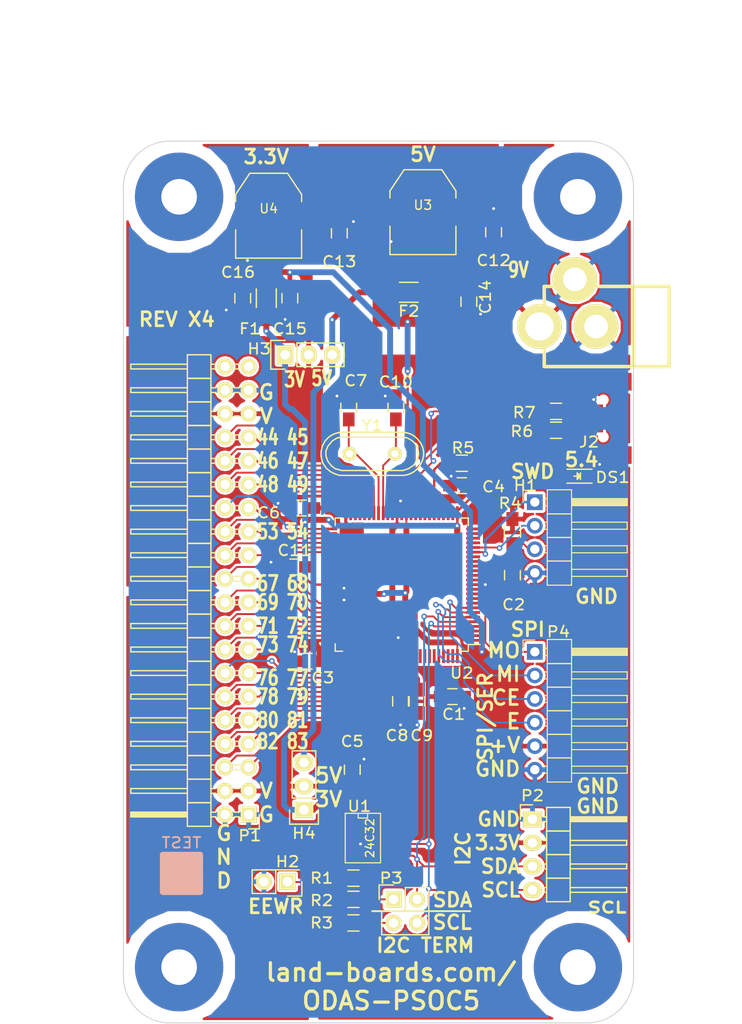
<source format=kicad_pcb>
(kicad_pcb (version 20211014) (generator pcbnew)
  (title_block (title "ODAS-PSOC5 Card") (date "2022-09-04") (rev "X4") (company "Land Boards LLC") (comment 1 "http://land-boards.com/blwiki/index.php?title=ODAS-PSOC5"))
  (layers (0 "F.Cu" signal) (31 "B.Cu" signal) (34 "B.Paste" user) (36 "B.SilkS" user "B.Silkscreen") (37 "F.SilkS" user "F.Silkscreen") (38 "B.Mask" user) (39 "F.Mask" user) (44 "Edge.Cuts" user))
  (net 0 "")
  (net 1 "GND")
  (net 2 "+5V")
  (net 3 "+3V3")
  (net 4 "/IO_22")
  (net 5 "/VZ0")
  (net 6 "/VZ3")
  (net 7 "Net-(C8-Pad2)")
  (net 8 "Net-(C11-Pad2)")
  (net 9 "/IO_23")
  (net 10 "/IO_24")
  (net 11 "/WR")
  (net 12 "/P83")
  (net 13 "/SCL")
  (net 14 "/SDA")
  (net 15 "/P5-4")
  (net 16 "/P44")
  (net 17 "/P45")
  (net 18 "/P46")
  (net 19 "/P47")
  (net 20 "/P48")
  (net 21 "/P49")
  (net 22 "/P51")
  (net 23 "/P52")
  (net 24 "/P53")
  (net 25 "/P54")
  (net 26 "/P55")
  (net 27 "/P56")
  (net 28 "/P67")
  (net 29 "/P68")
  (net 30 "/P69")
  (net 31 "/P70")
  (net 32 "/P71")
  (net 33 "/P72")
  (net 34 "/P73")
  (net 35 "/P74")
  (net 36 "/P76")
  (net 37 "/P77")
  (net 38 "/P78")
  (net 39 "/P79")
  (net 40 "/P80")
  (net 41 "/P81")
  (net 42 "/P82")
  (net 43 "/P85")
  (net 44 "/P84")
  (net 45 "Net-(C7-Pad2)")
  (net 46 "Net-(C10-Pad2)")
  (net 47 "/USB-DM")
  (net 48 "/USB-DP")
  (net 49 "Net-(R6-Pad2)")
  (net 50 "Net-(R7-Pad2)")
  (net 51 "/SPICE0")
  (net 52 "/SPISCK")
  (net 53 "/SPIMISO")
  (net 54 "/SPIMOSI")
  (net 55 "+3.3VP")
  (net 56 "/+9V")
  (net 57 "+5VP")
  (net 58 "Net-(P3-Pad1)")
  (net 59 "Net-(P3-Pad3)")
  (net 60 "Net-(DS1-Pad2)")
  (footprint "Capacitors_SMD:C_0805_HandSoldering" (layer "F.Cu") (at 45.466 69.85)
    (fp_text reference "C1")
    (fp_text value "0.1uF" hide)
  )
  (footprint "Capacitors_SMD:C_0805_HandSoldering" (layer "F.Cu") (at 51.943 56.769 -90)
    (fp_text reference "C2")
    (fp_text value "0.1uF" hide)
  )
  (footprint "Capacitors_SMD:C_0805_HandSoldering" (layer "F.Cu") (at 29.845 66.04 180)
    (fp_text reference "C3")
    (fp_text value "0.1uF" hide)
  )
  (footprint "Capacitors_SMD:C_0805_HandSoldering" (layer "F.Cu") (at 46.482 47.117 180)
    (fp_text reference "C4")
    (fp_text value "0.1uF" hide)
  )
  (footprint "Capacitors_SMD:C_0805_HandSoldering" (layer "F.Cu") (at 34.671 77.724 90)
    (fp_text reference "C5")
    (fp_text value "0.1uF" hide)
  )
  (footprint "Capacitors_SMD:C_0805_HandSoldering" (layer "F.Cu") (at 29.21 49.53 180)
    (fp_text reference "C6")
    (fp_text value "0.1uF" hide)
  )
  (footprint "Capacitors_SMD:C_0805_HandSoldering" (layer "F.Cu") (at 39.878 70.358 90)
    (fp_text reference "C8")
    (fp_text value "1uF" hide)
  )
  (footprint "Capacitors_SMD:C_0805_HandSoldering" (layer "F.Cu") (at 41.656 70.358 90)
    (fp_text reference "C9")
    (fp_text value "0.1uF" hide)
  )
  (footprint "Capacitors_SMD:C_0805_HandSoldering" (layer "F.Cu") (at 28.448 55.88)
    (fp_text reference "C11")
    (fp_text value "1uF" hide)
  )
  (footprint "Resistors_SMD:R_1206_HandSoldering" (layer "F.Cu") (at 25.4 26.924 90)
    (fp_text reference "F1")
    (fp_text value "FUSE" hide)
  )
  (footprint "Resistors_SMD:R_1206_HandSoldering" (layer "F.Cu") (at 40.767 26.289)
    (fp_text reference "F2")
    (fp_text value "FUSE" hide)
  )
  (footprint "Pin_Headers:Pin_Header_Straight_2x01" (layer "F.Cu") (at 27.686 89.789 180)
    (fp_text reference "H2")
    (fp_text value "CONN_2" hide)
  )
  (footprint "Pin_Headers:Pin_Header_Straight_1x03" (layer "F.Cu") (at 27.432 33.02 90)
    (fp_text reference "H3")
    (fp_text value "CONN_01X03" hide)
  )
  (footprint "Pin_Headers:Pin_Header_Straight_1x03" (layer "F.Cu") (at 29.464 82.042 180)
    (fp_text reference "H4")
    (fp_text value "CONN_01X03" hide)
  )
  (footprint "Resistors_SMD:R_0805_HandSoldering" (layer "F.Cu") (at 34.798 89.408 180)
    (fp_text reference "R1")
    (fp_text value "1K" hide)
  )
  (footprint "Resistors_SMD:R_0805_HandSoldering" (layer "F.Cu") (at 34.798 91.694 180)
    (fp_text reference "R2")
    (fp_text value "3.9K" hide)
  )
  (footprint "Resistors_SMD:R_0805_HandSoldering" (layer "F.Cu") (at 34.798 94.234 180)
    (fp_text reference "R3")
    (fp_text value "3.9K" hide)
  )
  (footprint "Resistors_SMD:R_0805_HandSoldering" (layer "F.Cu") (at 51.943 52.07 90)
    (fp_text reference "R4")
    (fp_text value "3.9K" hide)
  )
  (footprint "Resistors_SMD:R_0805_HandSoldering" (layer "F.Cu") (at 46.482 44.704)
    (fp_text reference "R5")
    (fp_text value "120" hide)
  )
  (footprint "dougsLib:SO8E-wider" (layer "F.Cu") (at 35.814 85.09 -90)
    (fp_text reference "U1")
    (fp_text value "24C32")
  )
  (footprint "Housings_QFP:TQFP-100_14x14mm_Pitch0.5mm" (layer "F.Cu") (at 40.005 57.785 180)
    (fp_text reference "U2")
    (fp_text value "CY8C5267AXI-LP051" hide)
  )
  (footprint "dougsLib:JACK_3.5MM" (layer "F.Cu") (at 60.96 29.972 180)
    (fp_text reference "J1" hide)
    (fp_text value "DCJ0202" hide)
  )
  (footprint "Capacitors_SMD:C_0805_HandSoldering" (layer "F.Cu") (at 34.29 38.735 -90)
    (fp_text reference "C7")
    (fp_text value "C" hide)
  )
  (footprint "Capacitors_SMD:C_0805_HandSoldering" (layer "F.Cu") (at 39.37 38.735 -90)
    (fp_text reference "C10")
    (fp_text value "C" hide)
  )
  (footprint "DougsNewMods:USB_Micro-B-Wellco-SMT" (layer "F.Cu") (at 61.214 39.878 90)
    (fp_text reference "J2")
    (fp_text value "USB-MICRO-B" hide)
  )
  (footprint "Resistors_SMD:R_0805_HandSoldering" (layer "F.Cu") (at 56.642 41.148 180)
    (fp_text reference "R6")
    (fp_text value "22" hide)
  )
  (footprint "Resistors_SMD:R_0805_HandSoldering" (layer "F.Cu") (at 56.642 39.116 180)
    (fp_text reference "R7")
    (fp_text value "22" hide)
  )
  (footprint "Crystals:Crystal_HC49-U_Vertical" (layer "F.Cu") (at 36.83 43.688)
    (fp_text reference "Y1")
    (fp_text value "Crystal_Small" hide)
  )
  (footprint "Pin_Headers:Pin_Header_Angled_2x20" (layer "F.Cu") (at 23.495 82.55 180)
    (fp_text reference "P1")
    (fp_text value "CONN_01X40" hide)
  )
  (footprint "Capacitors_SMD:C_0805_HandSoldering" (layer "F.Cu") (at 49.911 19.812 90)
    (fp_text reference "C12")
    (fp_text value "0.1uF" hide)
  )
  (footprint "Capacitors_SMD:C_0805_HandSoldering" (layer "F.Cu") (at 33.274 19.939 90)
    (fp_text reference "C13")
    (fp_text value "0.1uF" hide)
  )
  (footprint "Capacitors_SMD:C_0805_HandSoldering" (layer "F.Cu") (at 47.244 27.305 -90)
    (fp_text reference "C14")
    (fp_text value "0.1uF" hide)
  )
  (footprint "Capacitors_SMD:C_0805_HandSoldering" (layer "F.Cu") (at 27.94 26.924 -90)
    (fp_text reference "C15")
    (fp_text value "0.1uF" hide)
  )
  (footprint "Capacitors_SMD:C_0805_HandSoldering" (layer "F.Cu") (at 22.86 26.924 -90)
    (fp_text reference "C16")
    (fp_text value "0.1uF" hide)
  )
  (footprint "Pin_Headers:Pin_Header_Angled_1x04" (layer "F.Cu") (at 54.102 83.058)
    (fp_text reference "P2")
    (fp_text value "CONN_01X04" hide)
  )
  (footprint "Pin_Headers:Pin_Header_Straight_2x02" (layer "F.Cu") (at 39.116 91.694)
    (fp_text reference "P3")
    (fp_text value "CONN_02X02" hide)
  )
  (footprint "LEDs:LED_0805" (layer "F.Cu") (at 58.928 46.101 180)
    (fp_text reference "DS1")
    (fp_text value "LED-fixed" hide)
  )
  (footprint "LandBoards_MountHoles:MTG-6-32" (layer "F.Cu") (at 16 16)
    (fp_text reference "MTG1" hide)
    (fp_text value "CONN_1" hide)
  )
  (footprint "LandBoards_MountHoles:MTG-6-32" (layer "F.Cu") (at 59 16)
    (fp_text reference "MTG2" hide)
    (fp_text value "CONN_1" hide)
  )
  (footprint "LandBoards_MountHoles:MTG-6-32" (layer "F.Cu") (at 16 99)
    (fp_text reference "MTG3" hide)
    (fp_text value "CONN_1" hide)
  )
  (footprint "LandBoards_MountHoles:MTG-6-32" (layer "F.Cu") (at 59 99)
    (fp_text reference "MTG4" hide)
    (fp_text value "CONN_1" hide)
  )
  (footprint "LandBoards_Marking:FIDUCIAL" (layer "F.Cu") (at 15.0876 25.2476)
    (fp_text reference "FID1" hide)
    (fp_text value "CONN_1" hide)
  )
  (footprint "LandBoards_Marking:FIDUCIAL" (layer "F.Cu") (at 23.749 96.52)
    (fp_text reference "FID2" hide)
    (fp_text value "CONN_1" hide)
  )
  (footprint "Pin_Headers:Pin_Header_Angled_1x04_Pitch2.54mm" (layer "F.Cu") (at 54.356 48.895)
    (fp_text reference "H1")
    (fp_text value "CONN_01X04" hide)
  )
  (footprint "Pin_Headers:Pin_Header_Angled_1x06_Pitch2.54mm" (layer "F.Cu") (at 54.356 65.024)
    (fp_text reference "P4")
    (fp_text value "CONN_01X06" hide)
  )
  (footprint "TO_SOT_Packages_SMD:SOT-223" (layer "F.Cu") (at 42.291 17.653)
    (fp_text reference "U3")
    (fp_text value "AP1117" hide)
  )
  (footprint "TO_SOT_Packages_SMD:SOT-223" (layer "F.Cu") (at 25.654 18.034)
    (fp_text reference "U4")
    (fp_text value "AP1117" hide)
  )
  (footprint "REV_BLOCK" (layer "B.Cu") (at 16.256 88.9)
    (fp_text reference "TEST")
    (fp_text value "COUPON" hide)
  )
  (gr_line (start 43.688 92.964) (end 36.83 92.964) (layer "F.SilkS") (width 0.2))
  (gr_line (start 43.688 92.964) (end 47.371 92.964) (layer "F.SilkS") (width 0.2))
  (gr_line (start 60 105) (end 15 105) (layer "Edge.Cuts") (width 0.1))
  (gr_arc (start 65 100) (mid 63.535534 103.535534) (end 60 105) (layer "Edge.Cuts") (width 0.1))
  (gr_arc (start 10 15) (mid 11.464466 11.464466) (end 15 10) (layer "Edge.Cuts") (width 0.1))
  (gr_arc (start 60 10) (mid 63.535534 11.464466) (end 65 15) (layer "Edge.Cuts") (width 0.1))
  (gr_line (start 15 10) (end 60 10) (layer "Edge.Cuts") (width 0.1))
  (gr_line (start 65 15) (end 65 100) (layer "Edge.Cuts") (width 0.1))
  (gr_arc (start 15 105) (mid 11.464466 103.535534) (end 10 100) (layer "Edge.Cuts") (width 0.1))
  (gr_line (start 10 15) (end 10 100) (layer "Edge.Cuts") (width 0.1))
  (gr_text "5.4" (at 57.404 44.323) (layer "F.SilkS") (effects (font (size 1.5 1.5) (thickness 0.3)) (justify left)))
  (gr_text "GND" (at 63.627 81.661) (layer "F.SilkS") (effects (font (size 1.5 1.5) (thickness 0.3)) (justify right)))
  (gr_text "3V" (at 28.448 35.687) (layer "F.SilkS") (effects (font (size 1.5875 1.2) (thickness 0.3))))
  (gr_text "46 47" (at 27.178 44.45) (layer "F.SilkS") (effects (font (size 1.5875 1.2) (thickness 0.3))))
  (gr_text "44 45" (at 27.178 41.91) (layer "F.SilkS") (effects (font (size 1.5875 1.2) (thickness 0.3))))
  (gr_text "GND" (at 52.959 83.058) (layer "F.SilkS") (effects (font (size 1.5 1.5) (thickness 0.3)) (justify right)))
  (gr_text "71 72" (at 27.178 62.23) (layer "F.SilkS") (effects (font (size 1.5875 1.2) (thickness 0.3))))
  (gr_text "SWD" (at 56.642 45.593) (layer "F.SilkS") (effects (font (size 1.5 1.5) (thickness 0.3)) (justify right)))
  (gr_text "SCL" (at 52.959 90.678) (layer "F.SilkS") (effects (font (size 1.5 1.5) (thickness 0.3)) (justify right)))
  (gr_text "REV X4" (at 15.748 29.21) (layer "F.SilkS") (effects (font (size 1.5 1.5) (thickness 0.3))))
  (gr_text "53 54" (at 27.178 52.07) (layer "F.SilkS") (effects (font (size 1.5875 1.2) (thickness 0.3))))
  (gr_text "G\nV" (at 25.4 38.354) (layer "F.SilkS") (effects (font (size 1.5875 1.5875) (thickness 0.3))))
  (gr_text "SDA" (at 52.959 88.138) (layer "F.SilkS") (effects (font (size 1.5 1.5) (thickness 0.3)) (justify right)))
  (gr_text "76 77" (at 27.178 67.818) (layer "F.SilkS") (effects (font (size 1.5875 1.2) (thickness 0.3))))
  (gr_text "SDA\nSCL" (at 43.18 92.964) (layer "F.SilkS") (effects (font (size 1.5 1.5) (thickness 0.3)) (justify left)))
  (gr_text "82 83" (at 27.178 74.676) (layer "F.SilkS") (effects (font (size 1.5875 1.2) (thickness 0.3))))
  (gr_text "3.3V" (at 25.4 11.684) (layer "F.SilkS") (effects (font (size 1.5 1.5) (thickness 0.3))))
  (gr_text "GND" (at 63.627 79.502) (layer "F.SilkS") (effects (font (size 1.5 1.5) (thickness 0.3)) (justify right)))
  (gr_text "SPI" (at 53.594 62.611) (layer "F.SilkS") (effects (font (size 1.5 1.5) (thickness 0.3))))
  (gr_text "GND" (at 63.5 59.055) (layer "F.SilkS") (effects (font (size 1.5 1.5) (thickness 0.3)) (justify right)))
  (gr_text "9V" (at 52.578 23.876) (layer "F.SilkS") (effects (font (size 1.5875 1.2) (thickness 0.3))))
  (gr_text "5V\n3V" (at 32.131 79.629) (layer "F.SilkS") (effects (font (size 1.5875 1.5875) (thickness 0.3))))
  (gr_text "I2C TERM" (at 42.545 96.647) (layer "F.SilkS") (effects (font (size 1.5 1.5) (thickness 0.3))))
  (gr_text "48 49" (at 27.178 46.99) (layer "F.SilkS") (effects (font (size 1.5875 1.2) (thickness 0.3))))
  (gr_text "land-boards.com/\nODAS-PSOC5" (at 38.862 101.092) (layer "F.SilkS") (effects (font (size 1.905 1.905) (thickness 0.34925))))
  (gr_text "78 79" (at 27.178 69.85) (layer "F.SilkS") (effects (font (size 1.5875 1.2) (thickness 0.3))))
  (gr_text "73 74" (at 27.178 64.262) (layer "F.SilkS") (effects (font (size 1.5875 1.2) (thickness 0.3))))
  (gr_text "5V" (at 31.369 35.56) (layer "F.SilkS") (effects (font (size 1.5875 1.2) (thickness 0.3))))
  (gr_text "5V" (at 42.291 11.43) (layer "F.SilkS") (effects (font (size 1.5 1.5) (thickness 0.3))))
  (gr_text "EEWR" (at 26.416 92.456) (layer "F.SilkS") (effects (font (size 1.5 1.5) (thickness 0.3))))
  (gr_text "V\nG" (at 25.4 81.28) (layer "F.SilkS") (effects (font (size 1.5875 1.5875) (thickness 0.3))))
  (gr_text "MO\nMI\nCE\nE\n+V\nGND" (at 52.959 71.247) (layer "F.SilkS") (effects (font (size 1.5875 1.5875) (thickness 0.3)) (justify right)))
  (gr_text "I2C" (at 46.609 84.201 90) (layer "F.SilkS") (effects (font (size 1.5 1.5) (thickness 0.3)) (justify right)))
  (gr_text "SPI/SER" (at 49.022 67.056 90) (layer "F.SilkS") (effects (font (size 1.5 1.5) (thickness 0.3)) (justify right)))
  (gr_text "67 68" (at 27.178 57.658) (layer "F.SilkS") (effects (font (size 1.5875 1.2) (thickness 0.3))))
  (gr_text "SCL" (at 64.389 92.583) (layer "F.SilkS") (effects (font (size 1.143 1.5) (thickness 0.28575)) (justify right)))
  (gr_text "80 81" (at 27.178 72.39) (layer "F.SilkS") (effects (font (size 1.5875 1.2) (thickness 0.3))))
  (gr_text "69 70" (at 27.178 59.69) (layer "F.SilkS") (effects (font (size 1.5875 1.2) (thickness 0.3))))
  (gr_text "3.3V" (at 52.959 85.598) (layer "F.SilkS") (effects (font (size 1.5 1.5) (thickness 0.3)) (justify right)))
  (gr_text "G\nN\nD" (at 20.828 87.122) (layer "F.SilkS") (effects (font (size 1.5875 1.5875) (thickness 0.3))))
  (segment (start 33.631 59.285) (end 33.782 59.436) (width 0.2032) (layer "F.Cu") (net 1))
  (segment (start 33.663 58.285) (end 33.782 58.166) (width 0.2032) (layer "F.Cu") (net 1))
  (segment (start 26.416 55.88) (end 25.908 55.372) (width 0.2032) (layer "F.Cu") (net 1))
  (segment (start 28.595 65.171) (end 28.448 65.024) (width 0.2032) (layer "F.Cu") (net 1))
  (segment (start 21.102 28.174) (end 21.082 28.194) (width 0.2032) (layer "F.Cu") (net 1))
  (segment (start 27.178 49.53) (end 26.67 49.022) (width 0.2032) (layer "F.Cu") (net 1))
  (segment (start 40.005 48.895) (end 39.878 48.768) (width 0.2032) (layer "F.Cu") (net 1))
  (segment (start 39.505 63.619) (end 39.624 63.5) (width 0.2032) (layer "F.Cu") (net 1))
  (segment (start 34.925 86.995) (end 35.56 86.36) (width 0.2032) (layer "F.Cu") (net 1))
  (segment (start 35.56 86.36) (end 35.56 85.852) (width 0.2032) (layer "F.Cu") (net 1))
  (segment (start 35.56 83.566) (end 35.179 83.185) (width 0.2032) (layer "F.Cu") (net 1))
  (segment (start 35.179 83.185) (end 33.02 83.185) (width 0.2032) (layer "F.Cu") (net 1))
  (segment (start 35.56 84.455) (end 35.56 83.566) (width 0.2032) (layer "F.Cu") (net 1))
  (segment (start 35.56 85.725) (end 35.56 85.852) (width 0.2032) (layer "F.Cu") (net 1))
  (segment (start 35.56 85.852) (end 35.56 84.455) (width 0.2032) (layer "F.Cu") (net 1))
  (segment (start 46.716 71.1) (end 46.736 71.12) (width 0.2032) (layer "F.Cu") (net 1))
  (segment (start 48.425 28.555) (end 48.509 28.639) (width 0.635) (layer "F.Cu") (net 1))
  (segment (start 26.416 55.88) (end 25.908 55.372) (width 0.254) (layer "F.Cu") (net 1))
  (segment (start 60.814 37.954) (end 60.706 37.846) (width 0.2032) (layer "F.Cu") (net 1))
  (segment (start 38.989 20.955) (end 38.862 20.828) (width 0.2032) (layer "F.Cu") (net 1))
  (segment (start 52.852 58.019) (end 54.356 56.515) (width 0.2032) (layer "F.Cu") (net 1))
  (segment (start 35.834 76.474) (end 35.941 76.581) (width 0.635) (layer "F.Cu") (net 1))
  (segment (start 34.778 18.689) (end 34.798 18.669) (width 0.635) (layer "F.Cu") (net 1))
  (segment (start 49.022 57.404) (end 49.022 57.785) (width 0.2032) (layer "F.Cu") (net 1))
  (segment (start 48.903 58.285) (end 49.022 58.166) (width 0.2032) (layer "F.Cu") (net 1))
  (segment (start 49.022 58.166) (end 49.022 57.785) (width 0.2032) (layer "F.Cu") (net 1))
  (segment (start 48.998 59.285) (end 49.022 59.261) (width 0.2032) (layer "F.Cu") (net 1))
  (segment (start 49.022 59.261) (end 49.022 58.166) (width 0.2032) (layer "F.Cu") (net 1))
  (segment (start 48.903 57.285) (end 49.022 57.404) (width 0.2032) (layer "F.Cu") (net 1))
  (segment (start 49.022 57.404) (end 49.022 57.785) (width 0.2032) (layer "F.Cu") (net 1))
  (segment (start 45.232 46.208) (end 45.339 46.101) (width 0.254) (layer "F.Cu") (net 1))
  (segment (start 60.071 46.101) (end 61.341 44.831) (width 0.254) (layer "F.Cu") (net 1))
  (segment (start 33.04 37.485) (end 33.02 37.465) (width 0.635) (layer "F.Cu") (net 1))
  (segment (start 38.247 37.485) (end 38.227 37.465) (width 0.635) (layer "F.Cu") (net 1))
  (segment (start 49.911 18.562) (end 49.911 17.272) (width 0.2032) (layer "F.Cu") (net 1))
  (segment (start 47.705 59.285) (end 48.998 59.285) (width 0.2032) (layer "F.Cu") (net 1))
  (segment (start 27.94 28.174) (end 27.432 29.21) (width 0.2032) (layer "F.Cu") (net 1))
  (segment (start 33.274 18.689) (end 34.778 18.689) (width 0.635) (layer "F.Cu") (net 1))
  (segment (start 59.97702 46.101) (end 60.071 46.101) (width 0.254) (layer "F.Cu") (net 1))
  (segment (start 33.02 86.995) (end 34.925 86.995) (width 0.2032) (layer "F.Cu") (net 1))
  (segment (start 40.005 20.955) (end 38.989 20.955) (width 0.2032) (layer "F.Cu") (net 1))
  (segment (start 32.305 58.285) (end 33.663 58.285) (width 0.2032) (layer "F.Cu") (net 1))
  (segment (start 27.198 55.88) (end 26.416 55.88) (width 0.254) (layer "F.Cu") (net 1))
  (segment (start 46.716 69.85) (end 46.716 71.1) (width 0.2032) (layer "F.Cu") (net 1))
  (segment (start 39.878 71.608) (end 39.878 72.898) (width 0.2032) (layer "F.Cu") (net 1))
  (segment (start 41.656 71.608) (end 41.656 72.898) (width 0.2032) (layer "F.Cu") (net 1))
  (segment (start 40.005 50.085) (end 40.005 48.895) (width 0.2032) (layer "F.Cu") (net 1))
  (segment (start 47.705 58.285) (end 48.903 58.285) (width 0.2032) (layer "F.Cu") (net 1))
  (segment (start 45.232 47.117) (end 45.232 46.208) (width 0.254) (layer "F.Cu") (net 1))
  (segment (start 47.705 57.285) (end 48.903 57.285) (width 0.2032) (layer "F.Cu") (net 1))
  (segment (start 22.86 28.174) (end 21.102 28.174) (width 0.2032) (layer "F.Cu") (net 1))
  (segment (start 34.29 37.485) (end 33.04 37.485) (width 0.635) (layer "F.Cu") (net 1))
  (segment (start 51.943 58.019) (end 52.852 58.019) (width 0.2032) (layer "F.Cu") (net 1))
  (segment (start 39.37 37.485) (end 38.247 37.485) (width 0.635) (layer "F.Cu") (net 1))
  (segment (start 33.02 85.725) (end 35.56 85.725) (width 0.2032) (layer "F.Cu") (net 1))
  (segment (start 60.814 38.578) (end 60.814 37.954) (width 0.2032) (layer "F.Cu") (net 1))
  (segment (start 39.505 65.485) (end 39.505 63.619) (width 0.2032) (layer "F.Cu") (net 1))
  (segment (start 28.595 66.04) (end 28.595 65.171) (width 0.2032) (layer "F.Cu") (net 1))
  (segment (start 49.022 57.785) (end 47.705 57.785) (width 0.2032) (layer "F.Cu") (net 1))
  (segment (start 27.96 49.53) (end 27.178 49.53) (width 0.2032) (layer "F.Cu") (net 1))
  (segment (start 47.371 28.555) (end 48.425 28.555) (width 0.635) (layer "F.Cu") (net 1))
  (segment (start 34.671 76.474) (end 35.834 76.474) (width 0.635) (layer "F.Cu") (net 1))
  (segment (start 32.305 59.285) (end 33.631 59.285) (width 0.2032) (layer "F.Cu") (net 1))
  (segment (start 33.02 84.455) (end 35.56 84.455) (width 0.2032) (layer "F.Cu") (net 1))
  (segment (start 23.368 21.336) (end 23.368 22.86) (width 0.2032) (layer "F.Cu") (net 1))
  (via (at 33.782 58.166) (size 0.61) (drill 0.3) (layers "F.Cu" "B.Cu") (net 1))
  (via (at 23.368 22.86) (size 0.61) (drill 0.3) (layers "F.Cu" "B.Cu") (net 1))
  (via (at 38.862 20.828) (size 0.61) (drill 0.3) (layers "F.Cu" "B.Cu") (net 1))
  (via (at 34.798 18.669) (size 0.61) (drill 0.3) (layers "F.Cu" "B.Cu") (net 1))
  (via (at 39.878 72.898) (size 0.61) (drill 0.3) (layers "F.Cu" "B.Cu") (net 1))
  (via (at 35.941 76.581) (size 0.61) (drill 0.3) (layers "F.Cu" "B.Cu") (net 1))
  (via (at 60.706 37.846) (size 0.61) (drill 0.3) (layers "F.Cu" "B.Cu") (net 1))
  (via (at 49.022 57.785) (size 0.61) (drill 0.3) (layers "F.Cu" "B.Cu") (net 1))
  (via (at 48.509 28.639) (size 0.61) (drill 0.3) (layers "F.Cu" "B.Cu") (net 1))
  (via (at 25.908 55.372) (size 0.61) (drill 0.3) (layers "F.Cu" "B.Cu") (net 1))
  (via (at 46.736 71.12) (size 0.61) (drill 0.3) (layers "F.Cu" "B.Cu") (net 1))
  (via (at 38.227 37.465) (size 0.61) (drill 0.3) (layers "F.Cu" "B.Cu") (net 1))
  (via (at 39.878 48.768) (size 0.61) (drill 0.3) (layers "F.Cu" "B.Cu") (net 1))
  (via (at 21.082 28.194) (size 0.61) (drill 0.3) (layers "F.Cu" "B.Cu") (net 1))
  (via (at 49.911 17.272) (size 0.61) (drill 0.3) (layers "F.Cu" "B.Cu") (net 1))
  (via (at 35.56 85.725) (size 0.61) (drill 0.3) (layers "F.Cu" "B.Cu") (net 1))
  (via (at 41.656 72.898) (size 0.61) (drill 0.3) (layers "F.Cu" "B.Cu") (net 1))
  (via (at 26.67 49.022) (size 0.61) (drill 0.3) (layers "F.Cu" "B.Cu") (net 1))
  (via (at 39.624 63.5) (size 0.61) (drill 0.3) (layers "F.Cu" "B.Cu") (net 1))
  (via (at 33.02 37.465) (size 0.61) (drill 0.3) (layers "F.Cu" "B.Cu") (net 1))
  (via (at 33.782 59.436) (size 0.61) (drill 0.3) (layers "F.Cu" "B.Cu") (net 1))
  (via (at 27.432 29.21) (size 0.61) (drill 0.3) (layers "F.Cu" "B.Cu") (net 1))
  (via (at 45.339 46.101) (size 0.61) (drill 0.3) (layers "F.Cu" "B.Cu") (net 1))
  (via (at 61.341 44.831) (size 0.61) (drill 0.3) (layers "F.Cu" "B.Cu") (net 1))
  (via (at 28.448 65.024) (size 0.61) (drill 0.3) (layers "F.Cu" "B.Cu") (net 1))
  (segment (start 35.56 85.725) (end 35.56 85.852) (width 0.2032) (layer "B.Cu") (net 1))
  (segment (start 40.005 66.421) (end 40.894 67.31) (width 0.2032) (layer "F.Cu") (net 2))
  (segment (start 40.005 64.135) (end 40.386 63.754) (width 0.2032) (layer "F.Cu") (net 2))
  (segment (start 40.386 63.754) (end 40.386 62.865) (width 0.2032) (layer "F.Cu") (net 2))
  (segment (start 40.386 51.562) (end 40.505 51.443) (width 0.2032) (layer "F.Cu") (net 2))
  (segment (start 40.505 51.443) (end 40.505 50.085) (width 0.2032) (layer "F.Cu") (net 2))
  (segment (start 40.386 62.865) (end 40.386 58.674) (width 0.2032) (layer "F.Cu") (net 2))
  (segment (start 38.084 58.785) (end 38.1 58.801) (width 0.635) (layer "F.Cu") (net 2))
  (segment (start 40.505 58.555) (end 40.386 58.674) (width 0.635) (layer "F.Cu") (net 2))
  (segment (start 41.656 67.945) (end 40.894 67.183) (width 0.635) (layer "F.Cu") (net 2))
  (segment (start 40.894 67.183) (end 40.894 67.31) (width 0.635) (layer "F.Cu") (net 2))
  (segment (start 40.505 45.22) (end 41.402 44.323) (width 0.2032) (layer "F.Cu") (net 2))
  (segment (start 41.402 44.323) (end 41.402 42.926) (width 0.2032) (layer "F.Cu") (net 2))
  (segment (start 41.402 42.926) (end 40.64 42.164) (width 0.2032) (layer "F.Cu") (net 2))
  (segment (start 41.656 69.108) (end 41.656 67.945) (width 0.635) (layer "F.Cu") (net 2))
  (segment (start 40.505 50.085) (end 40.505 45.22) (width 0.2032) (layer "F.Cu") (net 2))
  (segment (start 40.386 51.562) (end 40.386 58.674) (width 0.254) (layer "F.Cu") (net 2))
  (segment (start 40.386 58.674) (end 40.386 62.865) (width 0.635) (layer "F.Cu") (net 2))
  (segment (start 34.29 58.785) (end 38.084 58.785) (width 0.635) (layer "F.Cu") (net 2))
  (segment (start 40.005 65.485) (end 40.005 64.135) (width 0.2032) (layer "F.Cu") (net 2))
  (segment (start 40.505 51.443) (end 40.505 58.555) (width 0.635) (layer "F.Cu") (net 2))
  (segment (start 40.64 34.798) (end 40.64 42.164) (width 0.254) (layer "F.Cu") (net 2))
  (segment (start 32.305 58.785) (end 34.29 58.785) (width 0.2032) (layer "F.Cu") (net 2))
  (segment (start 40.005 65.485) (end 40.005 66.421) (width 0.2032) (layer "F.Cu") (net 2))
  (via (at 40.64 34.798) (size 0.61) (drill 0.3) (layers "F.Cu" "B.Cu") (net 2))
  (via (at 40.386 58.674) (size 0.61) (drill 0.3) (layers "F.Cu" "B.Cu") (net 2))
  (via (at 38.1 58.801) (size 0.61) (drill 0.3) (layers "F.Cu" "B.Cu") (net 2))
  (via (at 40.64 29.464) (size 0.61) (drill 0.3) (layers "F.Cu" "B.Cu") (net 2))
  (segment (start 40.64 34.798) (end 40.64 29.464) (width 0.2032) (layer "B.Cu") (net 2))
  (segment (start 38.1 58.801) (end 38.227 58.674) (width 0.635) (layer "B.Cu") (net 2))
  (segment (start 38.227 58.674) (end 40.386 58.674) (width 0.635) (layer "B.Cu") (net 2))
  (segment (start 38.862 58.674) (end 40.386 58.674) (width 0.254) (layer "B.Cu") (net 2))
  (segment (start 40.64 29.464) (end 40.64 34.798) (width 0.635) (layer "B.Cu") (net 2))
  (segment (start 26.15 25.674) (end 25.4 24.924) (width 0.2032) (layer "F.Cu") (net 3))
  (segment (start 24.65 25.674) (end 25.4 24.924) (width 0.2032) (layer "F.Cu") (net 3))
  (segment (start 25.654 24.67) (end 25.4 24.924) (width 0.635) (layer "F.Cu") (net 3))
  (segment (start 27.94 25.674) (end 26.15 25.674) (width 0.2032) (layer "F.Cu") (net 3))
  (segment (start 22.86 25.674) (end 24.65 25.674) (width 0.2032) (layer "F.Cu") (net 3))
  (segment (start 27.94 25.674) (end 27.94 24.13) (width 0.2032) (layer "F.Cu") (net 3))
  (segment (start 25.654 21.336) (end 25.654 24.67) (width 0.635) (layer "F.Cu") (net 3))
  (segment (start 51.943 50.72) (end 51.609 50.72) (width 0.2032) (layer "F.Cu") (net 3))
  (via (at 27.94 24.13) (size 0.61) (drill 0.3) (layers "F.Cu" "B.Cu") (net 3))
  (via (at 48.641 65.024) (size 0.61) (drill 0.3) (layers "F.Cu" "B.Cu") (net 3))
  (segment (start 32.63 24.13) (end 38.75 30.25) (width 0.635) (layer "B.Cu") (net 3))
  (segment (start 38.75 30.25) (end 38.75 35.448) (width 0.635) (layer "B.Cu") (net 3))
  (segment (start 27.94 24.13) (end 32.63 24.13) (width 0.635) (layer "B.Cu") (net 3))
  (segment (start 48.641 61.976) (end 47.371 60.706) (width 0.635) (layer "B.Cu") (net 3))
  (segment (start 47.371 49.911) (end 47.371 60.706) (width 0.635) (layer "B.Cu") (net 3))
  (segment (start 42.291 38.989) (end 38.75 35.448) (width 0.635) (layer "B.Cu") (net 3))
  (segment (start 42.291 43.561) (end 42.291 38.989) (width 0.635) (layer "B.Cu") (net 3))
  (segment (start 42.291 44.831) (end 47.371 49.911) (width 0.635) (layer "B.Cu") (net 3))
  (segment (start 48.641 65.024) (end 48.641 61.976) (width 0.635) (layer "B.Cu") (net 3))
  (segment (start 42.291 43.561) (end 42.291 44.831) (width 0.635) (layer "B.Cu") (net 3))
  (segment (start 53.721 53.975) (end 53.166 53.42) (width 0.2032) (layer "F.Cu") (net 4))
  (segment (start 53.166 53.42) (end 51.943 53.42) (width 0.2032) (layer "F.Cu") (net 4))
  (segment (start 49.26 56.785) (end 50.526 55.519) (width 0.254) (layer "F.Cu") (net 4))
  (segment (start 50.526 55.519) (end 51.943 55.519) (width 0.254) (layer "F.Cu") (net 4))
  (segment (start 47.705 56.785) (end 49.26 56.785) (width 0.254) (layer "F.Cu") (net 4))
  (segment (start 51.943 55.519) (end 51.943 53.42) (width 0.2032) (layer "F.Cu") (net 4))
  (segment (start 54.356 53.975) (end 53.721 53.975) (width 0.2032) (layer "F.Cu") (net 4))
  (segment (start 31.095 65.095) (end 31.19 65) (width 0.2032) (layer "F.Cu") (net 5))
  (segment (start 31.19 65) (end 32 65) (width 0.2032) (layer "F.Cu") (net 5))
  (segment (start 32 65) (end 32.305 64.695) (width 0.2032) (layer "F.Cu") (net 5))
  (segment (start 32.305 64.695) (end 32.305 63.785) (width 0.2032) (layer "F.Cu") (net 5))
  (segment (start 31.095 66.04) (end 31.095 65.095) (width 0.2032) (layer "F.Cu") (net 5))
  (segment (start 33.067 50.085) (end 32.512 49.53) (width 0.2032) (layer "F.Cu") (net 6))
  (segment (start 32.512 49.53) (end 30.46 49.53) (width 0.2032) (layer "F.Cu") (net 6))
  (segment (start 34.005 50.085) (end 33.067 50.085) (width 0.2032) (layer "F.Cu") (net 6))
  (segment (start 39.005 67.453) (end 39.878 68.326) (width 0.2032) (layer "F.Cu") (net 7))
  (segment (start 39.878 68.326) (end 39.878 69.108) (width 0.2032) (layer "F.Cu") (net 7))
  (segment (start 38.862 64.008) (end 39.005 64.151) (width 0.2032) (layer "F.Cu") (net 7))
  (segment (start 39.005 64.151) (end 39.005 65.485) (width 0.2032) (layer "F.Cu") (net 7))
  (segment (start 39.505 51.308) (end 39.505 50.085) (width 0.254) (layer "F.Cu") (net 7))
  (segment (start 38.481 63.627) (end 38.862 64.008) (width 0.635) (layer "F.Cu") (net 7))
  (segment (start 39.878 68.072) (end 39.243 67.437) (width 0.635) (layer "F.Cu") (net 7))
  (segment (start 38.481 61.087) (end 38.989 60.579) (width 0.635) (layer "F.Cu") (net 7))
  (segment (start 38.989 60.579) (end 38.989 51.824) (width 0.635) (layer "F.Cu") (net 7))
  (segment (start 38.989 51.824) (end 39.505 51.308) (width 0.635) (layer "F.Cu") (net 7))
  (segment (start 39.005 65.485) (end 39.005 67.453) (width 0.2032) (layer "F.Cu") (net 7))
  (segment (start 38.481 63.627) (end 38.481 61.087) (width 0.635) (layer "F.Cu") (net 7))
  (segment (start 39.878 69.108) (end 39.878 68.072) (width 0.635) (layer "F.Cu") (net 7))
  (segment (start 29.698 57.13) (end 29.698 55.88) (width 0.2032) (layer "F.Cu") (net 8))
  (segment (start 30.353 57.785) (end 29.698 57.13) (width 0.254) (layer "F.Cu") (net 8))
  (segment (start 29.698 57.13) (end 29.698 55.88) (width 0.254) (layer "F.Cu") (net 8))
  (segment (start 29.698 57.13) (end 29.698 55.88) (width 0.254) (layer "F.Cu") (net 8))
  (segment (start 32.305 57.785) (end 30.353 57.785) (width 0.254) (layer "F.Cu") (net 8))
  (segment (start 50.483 53.785) (end 50.546 53.848) (width 0.2032) (layer "F.Cu") (net 9))
  (segment (start 47.705 53.785) (end 50.483 53.785) (width 0.2032) (layer "F.Cu") (net 9))
  (via (at 50.546 53.848) (size 0.61) (drill 0.3) (layers "F.Cu" "B.Cu") (net 9))
  (segment (start 50.546 53.848) (end 52.959 51.435) (width 0.2032) (layer "B.Cu") (net 9))
  (segment (start 52.959 51.435) (end 54.356 51.435) (width 0.2032) (layer "B.Cu") (net 9))
  (segment (start 48.824 54.285) (end 49.022 54.483) (width 0.2032) (layer "F.Cu") (net 10))
  (segment (start 47.705 54.285) (end 48.824 54.285) (width 0.2032) (layer "F.Cu") (net 10))
  (via (at 49.022 54.483) (size 0.61) (drill 0.3) (layers "F.Cu" "B.Cu") (net 10))
  (segment (start 53.086 48.895) (end 49.022 52.959) (width 0.254) (layer "B.Cu") (net 10))
  (segment (start 49.022 52.959) (end 49.022 54.483) (width 0.254) (layer "B.Cu") (net 10))
  (segment (start 54.356 48.895) (end 53.086 48.895) (width 0.254) (layer "B.Cu") (net 10))
  (segment (start 31.242 89.916) (end 31.75 89.408) (width 0.2032) (layer "F.Cu") (net 11))
  (segment (start 31.75 89.408) (end 33.448 89.408) (width 0.2032) (layer "F.Cu") (net 11))
  (segment (start 33.448 88.726) (end 34.29 87.884) (width 0.2032) (layer "F.Cu") (net 11))
  (segment (start 34.29 87.884) (end 35.56 87.884) (width 0.2032) (layer "F.Cu") (net 11))
  (segment (start 35.56 87.884) (end 37.084 86.36) (width 0.2032) (layer "F.Cu") (net 11))
  (segment (start 37.084 86.36) (end 37.084 84.836) (width 0.2032) (layer "F.Cu") (net 11))
  (segment (start 37.084 84.836) (end 37.465 84.455) (width 0.2032) (layer "F.Cu") (net 11))
  (segment (start 37.465 84.455) (end 38.608 84.455) (width 0.2032) (layer "F.Cu") (net 11))
  (segment (start 27.686 89.789) (end 31.242 89.916) (width 0.2032) (layer "F.Cu") (net 11))
  (segment (start 33.448 89.408) (end 33.448 88.726) (width 0.2032) (layer "F.Cu") (net 11))
  (segment (start 37.505 68.413) (end 35.052 70.866) (width 0.2032) (layer "F.Cu") (net 12))
  (segment (start 23.749 74.676) (end 23.495 74.93) (width 0.2032) (layer "F.Cu") (net 12))
  (segment (start 23.622 74.93) (end 27.686 70.866) (width 0.2032) (layer "F.Cu") (net 12))
  (segment (start 27.686 70.866) (end 35.052 70.866) (width 0.2032) (layer "F.Cu") (net 12))
  (segment (start 23.495 74.93) (end 23.622 74.93) (width 0.2032) (layer "F.Cu") (net 12))
  (segment (start 37.505 65.485) (end 37.505 68.413) (width 0.2032) (layer "F.Cu") (net 12))
  (segment (start 43.18 61.976) (end 43.489 62.285) (width 0.2032) (layer "F.Cu") (net 13))
  (segment (start 43.489 62.285) (end 47.705 62.285) (width 0.2032) (layer "F.Cu") (net 13))
  (segment (start 41.91 94.234) (end 41.656 94.234) (width 0.2032) (layer "F.Cu") (net 13))
  (segment (start 42.926 92.837) (end 41.656 94.107) (width 0.2032) (layer "F.Cu") (net 13))
  (segment (start 41.656 94.107) (end 42.926 92.837) (width 0.2032) (layer "F.Cu") (net 13))
  (segment (start 42.926 92.837) (end 42.926 90.551) (width 0.2032) (layer "F.Cu") (net 13))
  (segment (start 43.053 90.678) (end 42.926 90.551) (width 0.2032) (layer "F.Cu") (net 13))
  (segment (start 38.608 85.725) (end 42.926 85.725) (width 0.2032) (layer "F.Cu") (net 13))
  (segment (start 41.656 94.234) (end 41.656 94.107) (width 0.2032) (layer "F.Cu") (net 13))
  (segment (start 54.102 90.678) (end 43.053 90.678) (width 0.2032) (layer "F.Cu") (net 13))
  (via (at 42.926 85.725) (size 0.61) (drill 0.3) (layers "F.Cu" "B.Cu") (net 13))
  (via (at 43.18 61.976) (size 0.61) (drill 0.3) (layers "F.Cu" "B.Cu") (net 13))
  (via (at 42.926 90.551) (size 0.61) (drill 0.3) (layers "F.Cu" "B.Cu") (net 13))
  (segment (start 42.926 62.23) (end 43.18 61.976) (width 0.2032) (layer "B.Cu") (net 13))
  (segment (start 42.926 81.026) (end 42.926 62.23) (width 0.2032) (layer "B.Cu") (net 13))
  (segment (start 42.926 85.725) (end 42.926 90.551) (width 0.2032) (layer "B.Cu") (net 13))
  (segment (start 42.926 81.026) (end 42.926 85.725) (width 0.2032) (layer "B.Cu") (net 13))
  (segment (start 41.275 86.995) (end 41.656 87.376) (width 0.2032) (layer "F.Cu") (net 14))
  (segment (start 42.418 61.214) (end 43.434 61.214) (width 0.2032) (layer "F.Cu") (net 14))
  (segment (start 44.005 61.785) (end 43.434 61.214) (width 0.2032) (layer "F.Cu") (net 14))
  (segment (start 41.656 88.646) (end 41.656 87.376) (width 0.2032) (layer "F.Cu") (net 14))
  (segment (start 42.418 88.138) (end 41.656 87.376) (width 0.2032) (layer "F.Cu") (net 14))
  (segment (start 54.102 88.138) (end 42.418 88.138) (width 0.2032) (layer "F.Cu") (net 14))
  (segment (start 41.656 91.694) (end 41.656 88.646) (width 0.2032) (layer "F.Cu") (net 14))
  (segment (start 38.608 86.995) (end 41.275 86.995) (width 0.2032) (layer "F.Cu") (net 14))
  (segment (start 47.705 61.785) (end 44.005 61.785) (width 0.2032) (layer "F.Cu") (net 14))
  (via (at 42.418 61.214) (size 0.61) (drill 0.3) (layers "F.Cu" "B.Cu") (net 14))
  (via (at 41.656 87.376) (size 0.61) (drill 0.3) (layers "F.Cu" "B.Cu") (net 14))
  (segment (start 42.418 78.74) (end 42.418 61.214) (width 0.2032) (layer "B.Cu") (net 14))
  (segment (start 42.418 84.963) (end 41.656 85.725) (width 0.2032) (layer "B.Cu") (net 14))
  (segment (start 41.656 85.725) (end 41.656 87.376) (width 0.2032) (layer "B.Cu") (net 14))
  (segment (start 42.418 78.74) (end 42.418 84.963) (width 0.2032) (layer "B.Cu") (net 14))
  (segment (start 43.505 45.395) (end 44.196 44.704) (width 0.254) (layer "F.Cu") (net 15))
  (segment (start 44.196 44.704) (end 45.132 44.704) (width 0.254) (layer "F.Cu") (net 15))
  (segment (start 43.505 50.085) (end 43.505 45.395) (width 0.254) (layer "F.Cu") (net 15))
  (segment (start 37.005 47.165) (end 35.814 45.974) (width 0.2032) (layer "F.Cu") (net 16))
  (segment (start 35.814 45.974) (end 34.036 45.974) (width 0.2032) (layer "F.Cu") (net 16))
  (segment (start 34.036 45.974) (end 33.02 44.958) (width 0.2032) (layer "F.Cu") (net 16))
  (segment (start 33.02 44.958) (end 28.702 44.958) (width 0.2032) (layer "F.Cu") (net 16))
  (segment (start 28.702 44.958) (end 24.384 40.64) (width 0.2032) (layer "F.Cu") (net 16))
  (segment (start 24.384 40.64) (end 22.225 40.64) (width 0.2032) (layer "F.Cu") (net 16))
  (segment (start 22.225 40.64) (end 20.955 41.91) (width 0.2032) (layer "F.Cu") (net 16))
  (segment (start 37.005 50.085) (end 37.005 47.165) (width 0.2032) (layer "F.Cu") (net 16))
  (segment (start 36.505 47.427) (end 35.56 46.482) (width 0.2032) (layer "F.Cu") (net 17))
  (segment (start 35.56 46.482) (end 33.528 46.482) (width 0.2032) (layer "F.Cu") (net 17))
  (segment (start 33.528 46.482) (end 32.512 45.466) (width 0.2032) (layer "F.Cu") (net 17))
  (segment (start 32.512 45.466) (end 27.686 45.466) (width 0.2032) (layer "F.Cu") (net 17))
  (segment (start 27.686 45.466) (end 24.13 41.91) (width 0.2032) (layer "F.Cu") (net 17))
  (segment (start 24.13 41.91) (end 23.495 41.91) (width 0.2032) (layer "F.Cu") (net 17))
  (segment (start 36.505 50.085) (end 36.505 47.427) (width 0.2032) (layer "F.Cu") (net 17))
  (segment (start 36.005 47.943) (end 35.052 46.99) (width 0.2032) (layer "F.Cu") (net 18))
  (segment (start 35.052 46.99) (end 33.274 46.99) (width 0.2032) (layer "F.Cu") (net 18))
  (segment (start 33.274 46.99) (end 32.258 45.974) (width 0.2032) (layer "F.Cu") (net 18))
  (segment (start 32.258 45.974) (end 27.178 45.974) (width 0.2032) (layer "F.Cu") (net 18))
  (segment (start 27.178 45.974) (end 24.384 43.18) (width 0.2032) (layer "F.Cu") (net 18))
  (segment (start 24.384 43.18) (end 22.225 43.18) (width 0.2032) (layer "F.Cu") (net 18))
  (segment (start 22.225 43.18) (end 20.955 44.45) (width 0.2032) (layer "F.Cu") (net 18))
  (segment (start 36.005 50.085) (end 36.005 47.943) (width 0.2032) (layer "F.Cu") (net 18))
  (segment (start 35.505 48.205) (end 34.798 47.498) (width 0.2032) (layer "F.Cu") (net 19))
  (segment (start 34.798 47.498) (end 33.02 47.498) (width 0.2032) (layer "F.Cu") (net 19))
  (segment (start 33.02 47.498) (end 32.004 46.482) (width 0.2032) (layer "F.Cu") (net 19))
  (segment (start 32.004 46.482) (end 26.416 46.482) (width 0.2032) (layer "F.Cu") (net 19))
  (segment (start 26.416 46.482) (end 24.384 44.45) (width 0.2032) (layer "F.Cu") (net 19))
  (segment (start 24.384 44.45) (end 23.495 44.45) (width 0.2032) (layer "F.Cu") (net 19))
  (segment (start 35.505 50.085) (end 35.505 48.205) (width 0.2032) (layer "F.Cu") (net 19))
  (segment (start 35.005 48.467) (end 34.544 48.006) (width 0.2032) (layer "F.Cu") (net 20))
  (segment (start 34.544 48.006) (end 32.766 48.006) (width 0.2032) (layer "F.Cu") (net 20))
  (segment (start 32.766 48.006) (end 32.004 47.244) (width 0.2032) (layer "F.Cu") (net 20))
  (segment (start 32.004 47.244) (end 26.416 47.244) (width 0.2032) (layer "F.Cu") (net 20))
  (segment (start 26.416 47.244) (end 24.892 45.72) (width 0.2032) (layer "F.Cu") (net 20))
  (segment (start 24.892 45.72) (end 22.225 45.72) (width 0.2032) (layer "F.Cu") (net 20))
  (segment (start 22.225 45.72) (end 20.955 46.99) (width 0.2032) (layer "F.Cu") (net 20))
  (segment (start 35.005 50.085) (end 35.005 48.467) (width 0.2032) (layer "F.Cu") (net 20))
  (segment (start 26.162 47.752) (end 25.4 46.99) (width 0.2032) (layer "F.Cu") (net 21))
  (segment (start 25.4 46.99) (end 23.495 46.99) (width 0.2032) (layer "F.Cu") (net 21))
  (segment (start 34.505 48.983) (end 34.036 48.514) (width 0.2032) (layer "F.Cu") (net 21))
  (segment (start 34.036 48.514) (end 32.258 48.514) (width 0.2032) (layer "F.Cu") (net 21))
  (segment (start 32.258 48.514) (end 31.496 47.752) (width 0.2032) (layer "F.Cu") (net 21))
  (segment (start 31.496 47.752) (end 26.162 47.752) (width 0.2032) (layer "F.Cu") (net 21))
  (segment (start 34.505 50.085) (end 34.505 48.983) (width 0.2032) (layer "F.Cu") (net 21))
  (segment (start 27.909 51.785) (end 27.686 51.562) (width 0.2032) (layer "F.Cu") (net 22))
  (segment (start 32.305 51.785) (end 27.909 51.785) (width 0.2032) (layer "F.Cu") (net 22))
  (via (at 27.686 51.562) (size 0.61) (drill 0.3) (layers "F.Cu" "B.Cu") (net 22))
  (segment (start 22.225 48.26) (end 20.955 49.53) (width 0.2032) (layer "B.Cu") (net 22))
  (segment (start 24.384 48.26) (end 27.686 51.562) (width 0.254) (layer "B.Cu") (net 22))
  (segment (start 22.225 48.26) (end 24.384 48.26) (width 0.254) (layer "B.Cu") (net 22))
  (segment (start 26.885 52.285) (end 24.13 49.53) (width 0.2032) (layer "F.Cu") (net 23))
  (segment (start 24.13 49.53) (end 23.495 49.53) (width 0.2032) (layer "F.Cu") (net 23))
  (segment (start 32.305 52.285) (end 26.885 52.285) (width 0.2032) (layer "F.Cu") (net 23))
  (segment (start 26.369 52.785) (end 24.384 50.8) (width 0.2032) (layer "F.Cu") (net 24))
  (segment (start 24.384 50.8) (end 22.225 50.8) (width 0.2032) (layer "F.Cu") (net 24))
  (segment (start 22.225 50.8) (end 20.955 52.07) (width 0.2032) (layer "F.Cu") (net 24))
  (segment (start 32.305 52.785) (end 26.369 52.785) (width 0.2032) (layer "F.Cu") (net 24))
  (segment (start 25.853 53.285) (end 24.638 52.07) (width 0.2032) (layer "F.Cu") (net 25))
  (segment (start 24.638 52.07) (end 23.495 52.07) (width 0.2032) (layer "F.Cu") (net 25))
  (segment (start 32.305 53.285) (end 25.853 53.285) (width 0.2032) (layer "F.Cu") (net 25))
  (segment (start 25.337 53.785) (end 24.892 53.34) (width 0.2032) (layer "F.Cu") (net 26))
  (segment (start 24.892 53.34) (end 22.225 53.34) (width 0.2032) (layer "F.Cu") (net 26))
  (segment (start 22.225 53.34) (end 20.955 54.61) (width 0.2032) (layer "F.Cu") (net 26))
  (segment (start 32.305 53.785) (end 25.337 53.785) (width 0.2032) (layer "F.Cu") (net 26))
  (segment (start 25.725 54.285) (end 25.4 54.61) (width 0.2032) (layer "F.Cu") (net 27))
  (segment (start 25.4 54.61) (end 23.495 54.61) (width 0.2032) (layer "F.Cu") (net 27))
  (segment (start 32.305 54.285) (end 25.725 54.285) (width 0.2032) (layer "F.Cu") (net 27))
  (segment (start 31.083 59.785) (end 28.448 57.15) (width 0.2032) (layer "F.Cu") (net 28))
  (segment (start 28.448 57.15) (end 26.416 57.15) (width 0.2032) (layer "F.Cu") (net 28))
  (segment (start 26.416 57.15) (end 25.146 55.88) (width 0.2032) (layer "F.Cu") (net 28))
  (segment (start 25.146 55.88) (end 22.225 55.88) (width 0.2032) (layer "F.Cu") (net 28))
  (segment (start 22.225 55.88) (end 20.955 57.15) (width 0.2032) (layer "F.Cu") (net 28))
  (segment (start 32.305 59.785) (end 31.083 59.785) (width 0.2032) (layer "F.Cu") (net 28))
  (segment (start 30.821 60.285) (end 28.194 57.658) (width 0.2032) (layer "F.Cu") (net 29))
  (segment (start 28.194 57.658) (end 26.162 57.658) (width 0.2032) (layer "F.Cu") (net 29))
  (segment (start 26.162 57.658) (end 25.654 57.15) (width 0.2032) (layer "F.Cu") (net 29))
  (segment (start 25.654 57.15) (end 23.495 57.15) (width 0.2032) (layer "F.Cu") (net 29))
  (segment (start 32.305 60.285) (end 30.821 60.285) (width 0.2032) (layer "F.Cu") (net 29))
  (segment (start 30.305 60.785) (end 27.94 58.42) (width 0.2032) (layer "F.Cu") (net 30))
  (segment (start 27.94 58.42) (end 22.225 58.42) (width 0.2032) (layer "F.Cu") (net 30))
  (segment (start 22.225 58.42) (end 20.955 59.69) (width 0.2032) (layer "F.Cu") (net 30))
  (segment (start 32.305 60.785) (end 30.305 60.785) (width 0.2032) (layer "F.Cu") (net 30))
  (segment (start 29.789 61.285) (end 28.194 59.69) (width 0.2032) (layer "F.Cu") (net 31))
  (segment (start 28.194 59.69) (end 23.495 59.69) (width 0.2032) (layer "F.Cu") (net 31))
  (segment (start 32.305 61.285) (end 29.789 61.285) (width 0.2032) (layer "F.Cu") (net 31))
  (segment (start 29.019 61.785) (end 28.194 60.96) (width 0.2032) (layer "F.Cu") (net 32))
  (segment (start 28.194 60.96) (end 22.225 60.96) (width 0.2032) (layer "F.Cu") (net 32))
  (segment (start 22.225 60.96) (end 20.955 62.23) (width 0.2032) (layer "F.Cu") (net 32))
  (segment (start 32.305 61.785) (end 29.019 61.785) (width 0.2032) (layer "F.Cu") (net 32))
  (segment (start 28.503 62.285) (end 28.448 62.23) (width 0.2032) (layer "F.Cu") (net 33))
  (segment (start 28.448 62.23) (end 23.495 62.23) (width 0.2032) (layer "F.Cu") (net 33))
  (segment (start 32.305 62.285) (end 28.503 62.285) (width 0.2032) (layer "F.Cu") (net 33))
  (segment (start 25.353 62.785) (end 24.638 63.5) (width 0.2032) (layer "F.Cu") (net 34))
  (segment (start 24.638 63.5) (end 22.225 63.5) (width 0.2032) (layer "F.Cu") (net 34))
  (segment (start 22.225 63.5) (end 20.955 64.77) (width 0.2032) (layer "F.Cu") (net 34))
  (segment (start 32.305 62.785) (end 25.353 62.785) (width 0.2032) (layer "F.Cu") (net 34))
  (segment (start 26.377 63.285) (end 24.892 64.77) (width 0.2032) (layer "F.Cu") (net 35))
  (segment (start 24.892 64.77) (end 23.495 64.77) (width 0.2032) (layer "F.Cu") (net 35))
  (segment (start 32.305 63.285) (end 26.377 63.285) (width 0.2032) (layer "F.Cu") (net 35))
  (segment (start 34.005 66.833) (end 33.528 67.31) (width 0.2032) (layer "F.Cu") (net 36))
  (segment (start 27.31 67.31) (end 26 66) (width 0.2032) (layer "F.Cu") (net 36))
  (segment (start 33.528 67.31) (end 27.31 67.31) (width 0.2032) (layer "F.Cu") (net 36))
  (segment (start 34.005 65.485) (end 34.005 66.833) (width 0.2032) (layer "F.Cu") (net 36))
  (via (at 26 66) (size 0.61) (drill 0.3) (layers "F.Cu" "B.Cu") (net 36))
  (segment (start 26 66) (end 22 66) (width 0.2032) (layer "B.Cu") (net 36))
  (segment (start 22 66) (end 20.955 67.045) (width 0.2032) (layer "B.Cu") (net 36))
  (segment (start 20.955 67.045) (end 20.955 67.31) (width 0.2032) (layer "B.Cu") (net 36))
  (segment (start 34.505 67.095) (end 33.782 67.818) (width 0.2032) (layer "F.Cu") (net 37))
  (segment (start 33.782 67.818) (end 25.654 67.818) (width 0.2032) (layer "F.Cu") (net 37))
  (segment (start 25.654 67.818) (end 25.146 67.31) (width 0.2032) (layer "F.Cu") (net 37))
  (segment (start 25.146 67.31) (end 23.495 67.31) (width 0.2032) (layer "F.Cu") (net 37))
  (segment (start 34.505 65.485) (end 34.505 67.095) (width 0.2032) (layer "F.Cu") (net 37))
  (segment (start 35.005 67.133818) (end 33.812818 68.326) (width 0.2032) (layer "F.Cu") (net 38))
  (segment (start 33.812818 68.326) (end 25.146 68.326) (width 0.2032) (layer "F.Cu") (net 38))
  (segment (start 25.146 68.326) (end 24.892 68.58) (width 0.2032) (layer "F.Cu") (net 38))
  (segment (start 24.892 68.58) (end 22.225 68.58) (width 0.2032) (layer "F.Cu") (net 38))
  (segment (start 22.225 68.58) (end 20.955 69.85) (width 0.2032) (layer "F.Cu") (net 38))
  (segment (start 35.005 65.485) (end 35.005 67.133818) (width 0.2032) (layer "F.Cu") (net 38))
  (segment (start 35.505 67.365) (end 34.036 68.834) (width 0.2032) (layer "F.Cu") (net 39))
  (segment (start 24.003 69.342) (end 23.495 69.85) (width 0.2032) (layer "F.Cu") (net 39))
  (segment (start 24.638 69.85) (end 25.654 68.834) (width 0.2032) (layer "F.Cu") (net 39))
  (segment (start 25.654 68.834) (end 34.036 68.834) (width 0.2032) (layer "F.Cu") (net 39))
  (segment (start 35.505 65.485) (end 35.505 67.365) (width 0.2032) (layer "F.Cu") (net 39))
  (segment (start 23.495 69.85) (end 24.638 69.85) (width 0.2032) (layer "F.Cu") (net 39))
  (segment (start 36.005 67.627) (end 34.29 69.342) (width 0.2032) (layer "F.Cu") (net 40))
  (segment (start 22.225 71.12) (end 20.955 72.39) (width 0.2032) (layer "F.Cu") (net 40))
  (segment (start 24.638 71.12) (end 26.416 69.342) (width 0.2032) (layer "F.Cu") (net 40))
  (segment (start 26.416 69.342) (end 34.29 69.342) (width 0.2032) (layer "F.Cu") (net 40))
  (segment (start 36.005 65.485) (end 36.005 67.627) (width 0.2032) (layer "F.Cu") (net 40))
  (segment (start 22.225 71.12) (end 24.638 71.12) (width 0.2032) (layer "F.Cu") (net 40))
  (segment (start 36.505 67.889) (end 34.544 69.85) (width 0.2032) (layer "F.Cu") (net 41))
  (segment (start 24.384 72.39) (end 26.924 69.85) (width 0.2032) (layer "F.Cu") (net 41))
  (segment (start 26.924 69.85) (end 34.544 69.85) (width 0.2032) (layer "F.Cu") (net 41))
  (segment (start 23.495 72.39) (end 24.384 72.39) (width 0.2032) (layer "F.Cu") (net 41))
  (segment (start 36.505 65.485) (end 36.505 67.889) (width 0.2032) (layer "F.Cu") (net 41))
  (segment (start 37.005 68.151) (end 34.798 70.358) (width 0.2032) (layer "F.Cu") (net 42))
  (segment (start 22.225 73.66) (end 20.955 74.93) (width 0.2032) (layer "F.Cu") (net 42))
  (segment (start 24.13 73.66) (end 22.225 73.66) (width 0.2032) (layer "F.Cu") (net 42))
  (segment (start 24.13 73.66) (end 27.432 70.358) (width 0.2032) (layer "F.Cu") (net 42))
  (segment (start 27.432 70.358) (end 34.798 70.358) (width 0.2032) (layer "F.Cu") (net 42))
  (segment (start 37.005 65.485) (end 37.005 68.151) (width 0.2032) (layer "F.Cu") (net 42))
  (segment (start 38.505 68.937) (end 35.306 72.136) (width 0.2032) (layer "F.Cu") (net 43))
  (segment (start 35.306 72.136) (end 28.448 72.136) (width 0.2032) (layer "F.Cu") (net 43))
  (segment (start 28.448 72.136) (end 25.908 74.676) (width 0.2032) (layer "F.Cu") (net 43))
  (segment (start 25.908 74.676) (end 25.908 75.057) (width 0.2032) (layer "F.Cu") (net 43))
  (segment (start 25.908 75.057) (end 23.495 77.47) (width 0.2032) (layer "F.Cu") (net 43))
  (segment (start 38.505 65.485) (end 38.505 68.937) (width 0.2032) (layer "F.Cu") (net 43))
  (segment (start 38.005 68.675) (end 35.306 71.374) (width 0.2032) (layer "F.Cu") (net 44))
  (segment (start 35.306 71.374) (end 28.194 71.374) (width 0.2032) (layer "F.Cu") (net 44))
  (segment (start 28.194 71.374) (end 25.4 74.168) (width 0.2032) (layer "F.Cu") (net 44))
  (segment (start 25.4 74.168) (end 25.4 74.93) (width 0.2032) (layer "F.Cu") (net 44))
  (segment (start 25.4 74.93) (end 24.13 76.2) (width 0.2032) (layer "F.Cu") (net 44))
  (segment (start 24.13 76.2) (end 22.225 76.2) (width 0.2032) (layer "F.Cu") (net 44))
  (segment (start 22.225 76.2) (end 20.955 77.47) (width 0.2032) (layer "F.Cu") (net 44))
  (segment (start 38.005 65.485) (end 38.005 68.675) (width 0.2032) (layer "F.Cu") (net 44))
  (segment (start 37.505 46.141) (end 35.052 43.688) (width 0.2032) (layer "F.Cu") (net 45))
  (segment (start 35.052 43.688) (end 34.38906 43.688) (width 0.2032) (layer "F.Cu") (net 45))
  (segment (start 34.29 43.58894) (end 34.38906 43.688) (width 0.2032) (layer "F.Cu") (net 45))
  (segment (start 37.505 50.085) (end 37.505 46.141) (width 0.2032) (layer "F.Cu") (net 45))
  (segment (start 34.29 39.985) (end 34.29 43.58894) (width 0.2032) (layer "F.Cu") (net 45))
  (segment (start 38.005 44.95394) (end 39.27094 43.688) (width 0.2032) (layer "F.Cu") (net 46))
  (segment (start 39.37 43.58894) (end 39.27094 43.688) (width 0.2032) (layer "F.Cu") (net 46))
  (segment (start 39.37 39.985) (end 39.37 43.58894) (width 0.2032) (layer "F.Cu") (net 46))
  (segment (start 38.005 50.085) (end 38.005 44.95394) (width 0.2032) (layer "F.Cu") (net 46))
  (segment (start 59.802 40.528) (end 59.182 41.148) (width 0.2032) (layer "F.Cu") (net 47))
  (segment (start 59.182 41.148) (end 57.992 41.148) (width 0.2032) (layer "F.Cu") (net 47))
  (segment (start 60.814 40.528) (end 59.802 40.528) (width 0.2032) (layer "F.Cu") (net 47))
  (segment (start 59.69 39.878) (end 58.928 39.116) (width 0.2032) (layer "F.Cu") (net 48))
  (segment (start 58.928 39.116) (end 57.992 39.116) (width 0.2032) (layer "F.Cu") (net 48))
  (segment (start 60.814 39.878) (end 59.69 39.878) (width 0.2032) (layer "F.Cu") (net 48))
  (segment (start 60.814 39.878) (end 59.944 39.878) (width 0.2032) (layer "F.Cu") (net 48))
  (segment (start 41.005 45.863) (end 44.624 42.244) (width 0.2032) (layer "F.Cu") (net 49))
  (segment (start 44.624 42.244) (end 44.624 41.148) (width 0.2032) (layer "F.Cu") (net 49))
  (segment (start 55.292 41.148) (end 44.624 41.148) (width 0.2032) (layer "F.Cu") (net 49))
  (segment (start 41.005 50.085) (end 41.005 45.863) (width 0.2032) (layer "F.Cu") (net 49))
  (segment (start 41.505 46.379) (end 43.434 44.45) (width 0.2032) (layer "F.Cu") (net 50))
  (segment (start 43.434 39.116) (end 43.18 39.37) (width 0.2032) (layer "F.Cu") (net 50))
  (segment (start 41.505 50.085) (end 41.505 46.379) (width 0.2032) (layer "F.Cu") (net 50))
  (segment (start 55.292 39.116) (end 43.434 39.116) (width 0.2032) (layer "F.Cu") (net 50))
  (via (at 43.18 39.37) (size 0.61) (drill 0.3) (layers "F.Cu" "B.Cu") (net 50))
  (via (at 43.434 44.45) (size 0.61) (drill 0.3) (layers "F.Cu" "B.Cu") (net 50))
  (segment (start 43.434 44.45) (end 43.18 44.196) (width 0.2032) (layer "B.Cu") (net 50))
  (segment (start 43.18 44.196) (end 43.18 39.37) (width 0.2032) (layer "B.Cu") (net 50))
  (segment (start 44.521 61.285) (end 43.942 60.706) (width 0.2032) (layer "F.Cu") (net 51))
  (segment (start 47.705 61.285) (end 44.521 61.285) (width 0.2032) (layer "F.Cu") (net 51))
  (via (at 43.942 60.706) (size 0.61) (drill 0.3) (layers "F.Cu" "B.Cu") (net 51))
  (segment (start 46.736 66.548) (end 46.228 66.04) (width 0.2032) (layer "B.Cu") (net 51))
  (segment (start 43.942 60.706) (end 43.942 65.278) (width 0.2032) (layer "B.Cu") (net 51))
  (segment (start 43.942 65.278) (end 44.704 66.04) (width 0.2032) (layer "B.Cu") (net 51))
  (segment (start 44.704 66.04) (end 46.228 66.04) (width 0.2032) (layer "B.Cu") (net 51))
  (segment (start 49.784 72.644) (end 48.768 71.628) (width 0.2032) (layer "B.Cu") (net 51))
  (segment (start 48.768 71.628) (end 48.768 70.358) (width 0.2032) (layer "B.Cu") (net 51))
  (segment (start 48.768 70.358) (end 46.736 68.326) (width 0.2032) (layer "B.Cu") (net 51))
  (segment (start 46.736 68.326) (end 46.736 66.548) (width 0.2032) (layer "B.Cu") (net 51))
  (segment (start 54.356 72.644) (end 49.784 72.644) (width 0.2032) (layer "B.Cu") (net 51))
  (segment (start 43.688 59.944) (end 44.196 59.944) (width 0.2032) (layer "F.Cu") (net 52))
  (segment (start 44.196 59.944) (end 44.704 60.452) (width 0.2032) (layer "F.Cu") (net 52))
  (segment (start 44.704 60.452) (end 44.958 60.452) (width 0.2032) (layer "F.Cu") (net 52))
  (segment (start 44.958 60.452) (end 45.291 60.785) (width 0.2032) (layer "F.Cu") (net 52))
  (segment (start 45.291 60.785) (end 47.705 60.785) (width 0.2032) (layer "F.Cu") (net 52))
  (via (at 43.688 59.944) (size 0.61) (drill 0.3) (layers "F.Cu" "B.Cu") (net 52))
  (segment (start 47.244 66.294) (end 46.228 65.278) (width 0.2032) (layer "B.Cu") (net 52))
  (segment (start 46.228 65.278) (end 44.958 65.278) (width 0.2032) (layer "B.Cu") (net 52))
  (segment (start 44.958 65.278) (end 44.45 64.77) (width 0.2032) (layer "B.Cu") (net 52))
  (segment (start 44.45 64.77) (end 44.45 61.214) (width 0.2032) (layer "B.Cu") (net 52))
  (segment (start 44.45 61.214) (end 44.704 60.96) (width 0.2032) (layer "B.Cu") (net 52))
  (segment (start 44.704 60.96) (end 44.704 60.452) (width 0.2032) (layer "B.Cu") (net 52))
  (segment (start 44.704 60.452) (end 44.196 59.944) (width 0.2032) (layer "B.Cu") (net 52))
  (segment (start 44.196 59.944) (end 43.688 59.944) (width 0.2032) (layer "B.Cu") (net 52))
  (segment (start 50.038 70.104) (end 47.244 67.31) (width 0.2032) (layer "B.Cu") (net 52))
  (segment (start 47.244 67.31) (end 47.244 66.294) (width 0.2032) (layer "B.Cu") (net 52))
  (segment (start 54.356 70.104) (end 50.038 70.104) (width 0.2032) (layer "B.Cu") (net 52))
  (segment (start 45.212 59.69) (end 45.807 60.285) (width 0.2032) (layer "F.Cu") (net 53))
  (segment (start 45.807 60.285) (end 47.705 60.285) (width 0.2032) (layer "F.Cu") (net 53))
  (via (at 45.212 59.69) (size 0.61) (drill 0.3) (layers "F.Cu" "B.Cu") (net 53))
  (segment (start 49.53 67.564) (end 45.212 63.246) (width 0.2032) (layer "B.Cu") (net 53))
  (segment (start 45.212 63.246) (end 45.212 59.69) (width 0.2032) (layer "B.Cu") (net 53))
  (segment (start 54.356 67.564) (end 49.53 67.564) (width 0.2032) (layer "B.Cu") (net 53))
  (segment (start 50.038 65.024) (end 49.022 64.008) (width 0.2032) (layer "F.Cu") (net 54))
  (segment (start 49.022 64.008) (end 49.022 59.944) (width 0.2032) (layer "F.Cu") (net 54))
  (segment (start 49.022 59.944) (end 48.863 59.785) (width 0.2032) (layer "F.Cu") (net 54))
  (segment (start 48.863 59.785) (end 47.705 59.785) (width 0.2032) (layer "F.Cu") (net 54))
  (segment (start 54.356 65.024) (end 50.038 65.024) (width 0.2032) (layer "F.Cu") (net 54))
  (segment (start 41.402 62.484) (end 42.926 64.008) (width 0.2032) (layer "F.Cu") (net 55))
  (segment (start 45.72 64.008) (end 46.005 64.293) (width 0.2032) (layer "F.Cu") (net 55))
  (segment (start 46.005 64.293) (end 46.005 65.485) (width 0.2032) (layer "F.Cu") (net 55))
  (segment (start 25.4 28.956) (end 25.4 28.924) (width 0.635) (layer "F.Cu") (net 55))
  (segment (start 42.926 64.008) (end 41.402 62.484) (width 0.254) (layer "F.Cu") (net 55))
  (segment (start 30.48 82.042) (end 33.548 78.974) (width 0.635) (layer "F.Cu") (net 55))
  (segment (start 33.548 78.974) (end 34.671 78.974) (width 0.635) (layer "F.Cu") (net 55))
  (segment (start 46.005 51.435) (end 46.005 50.085) (width 0.254) (layer "F.Cu") (net 55))
  (segment (start 41.402 62.484) (end 42.926 64.008) (width 0.635) (layer "F.Cu") (net 55))
  (segment (start 42.926 64.008) (end 45.72 64.008) (width 0.635) (layer "F.Cu") (net 55))
  (segment (start 29.591 51.054) (end 29.845 50.8) (width 0.635) (layer "F.Cu") (net 55))
  (segment (start 29.845 50.8) (end 32.131 50.8) (width 0.635) (layer "F.Cu") (net 55))
  (segment (start 45.974 51.435) (end 46.005 51.435) (width 0.635) (layer "F.Cu") (net 55))
  (segment (start 45.974 55.600604) (end 41.402 60.172604) (width 0.635) (layer "F.Cu") (net 55))
  (segment (start 41.402 60.172604) (end 41.402 62.484) (width 0.635) (layer "F.Cu") (net 55))
  (segment (start 46.005 49.88) (end 47.732 48.153) (width 0.254) (layer "F.Cu") (net 55))
  (segment (start 47.732 48.153) (end 47.732 47.117) (width 0.254) (layer "F.Cu") (net 55))
  (segment (start 29.464 82.042) (end 30.48 82.042) (width 0.635) (layer "F.Cu") (net 55))
  (segment (start 46.005 50.085) (end 46.005 52.547) (width 0.2032) (layer "F.Cu") (net 55))
  (segment (start 46.005 50.085) (end 46.005 49.88) (width 0.254) (layer "F.Cu") (net 55))
  (segment (start 25.4 28.924) (end 25.4 30.48) (width 0.635) (layer "F.Cu") (net 55))
  (segment (start 45.72 64.008) (end 42.926 64.008) (width 0.254) (layer "F.Cu") (net 55))
  (segment (start 45.974 51.435) (end 45.974 55.600604) (width 0.635) (layer "F.Cu") (net 55))
  (segment (start 46.005 51.435) (end 46.005 52.547) (width 0.635) (layer "F.Cu") (net 55))
  (segment (start 46.005 50.085) (end 46.005 49.753) (width 0.2032) (layer "F.Cu") (net 55))
  (via (at 32.131 50.8) (size 0.61) (drill 0.3) (layers "F.Cu" "B.Cu") (net 55))
  (via (at 29.591 51.054) (size 0.61) (drill 0.3) (layers "F.Cu" "B.Cu") (net 55))
  (via (at 25.4 30.48) (size 0.61) (drill 0.3) (layers "F.Cu" "B.Cu") (net 55))
  (via (at 45.974 51.435) (size 0.61) (drill 0.3) (layers "F.Cu" "B.Cu") (net 55))
  (segment (start 27.94 38.862) (end 27.432 38.354) (width 0.2032) (layer "B.Cu") (net 55))
  (segment (start 27.432 38.354) (end 27.94 38.862) (width 0.635) (layer "B.Cu") (net 55))
  (segment (start 25.4 30.48) (end 27.432 32.512) (width 0.635) (layer "B.Cu") (net 55))
  (segment (start 27.432 32.512) (end 27.432 33.02) (width 0.635) (layer "B.Cu") (net 55))
  (segment (start 28.194 38.862) (end 29.591 40.259) (width 0.635) (layer "B.Cu") (net 55))
  (segment (start 29.591 40.259) (end 29.591 48.641) (width 0.635) (layer "B.Cu") (net 55))
  (segment (start 29.591 72.263) (end 27.305 74.549) (width 0.635) (layer "B.Cu") (net 55))
  (segment (start 27.305 74.549) (end 27.305 81.534) (width 0.635) (layer "B.Cu") (net 55))
  (segment (start 27.305 81.534) (end 27.813 82.042) (width 0.635) (layer "B.Cu") (net 55))
  (segment (start 27.813 82.042) (end 29.464 82.042) (width 0.635) (layer "B.Cu") (net 55))
  (segment (start 29.591 48.641) (end 29.591 72.263) (width 0.635) (layer "B.Cu") (net 55))
  (segment (start 32.766 51.435) (end 32.131 50.8) (width 0.635) (layer "B.Cu") (net 55))
  (segment (start 45.974 51.435) (end 32.766 51.435) (width 0.635) (layer "B.Cu") (net 55))
  (segment (start 29.591 48.641) (end 29.591 51.054) (width 0.635) (layer "B.Cu") (net 55))
  (segment (start 27.94 38.862) (end 28.194 38.862) (width 0.635) (layer "B.Cu") (net 55))
  (segment (start 27.432 33.02) (end 27.432 38.354) (width 0.635) (layer "B.Cu") (net 55))
  (segment (start 49.891 21.082) (end 49.911 21.062) (width 0.2032) (layer "F.Cu") (net 56))
  (segment (start 54.864 29.972) (end 54.864 29.514) (width 0.2032) (layer "F.Cu") (net 56))
  (segment (start 35.461 26.289) (end 32.5 29.25) (width 0.635) (layer "F.Cu") (net 57))
  (segment (start 38.767 26.289) (end 35.461 26.289) (width 0.635) (layer "F.Cu") (net 57))
  (segment (start 32.512 33.02) (end 32.512 32.258) (width 0.2032) (layer "F.Cu") (net 57))
  (via (at 32.5 29.25) (size 0.61) (drill 0.3) (layers "F.Cu" "B.Cu") (net 57))
  (segment (start 32.512 29.262) (end 32.5 29.25) (width 0.635) (layer "B.Cu") (net 57))
  (segment (start 30.48 37.084) (end 32.512 35.052) (width 0.635) (layer "B.Cu") (net 57))
  (segment (start 32.512 35.052) (end 32.512 33.02) (width 0.635) (layer "B.Cu") (net 57))
  (segment (start 30.48 41.148) (end 30.48 37.084) (width 0.635) (layer "B.Cu") (net 57))
  (segment (start 30.48 73.406) (end 29.464 74.422) (width 0.635) (layer "B.Cu") (net 57))
  (segment (start 32.512 33.02) (end 32.512 29.262) (width 0.635) (layer "B.Cu") (net 57))
  (segment (start 30.48 41.148) (end 30.48 73.406) (width 0.635) (layer "B.Cu") (net 57))
  (segment (start 29.464 76.962) (end 29.464 74.422) (width 0.635) (layer "B.Cu") (net 57))
  (segment (start 36.148 91.694) (end 39.116 91.694) (width 0.2032) (layer "F.Cu") (net 58))
  (segment (start 36.148 94.234) (end 39.116 94.234) (width 0.2032) (layer "F.Cu") (net 59))
  (segment (start 51.689 46.101) (end 50.292 44.704) (width 0.254) (layer "F.Cu") (net 60))
  (segment (start 50.292 44.704) (end 47.832 44.704) (width 0.254) (layer "F.Cu") (net 60))
  (segment (start 57.87898 46.101) (end 51.689 46.101) (width 0.254) (layer "F.Cu") (net 60))
  (zone (net 3) (net_name "+3V3") (layer "F.Cu") (connect_pads (clearance 0.3048)) (min_thickness 0.254) (fill yes (thermal_gap 0.508) (thermal_bridge_width 0.508))
    (polygon (pts (xy 65 100) (xy 60 105) (xy 30.988 104.902) (xy 31 86) (xy 37 86) (xy 36.957 50.8) (xy 38.354 50.8) (xy 38.481 45.847) (xy 40.386 44.45) (xy 40.386 38.354) (xy 36.957 38.354) (xy 37 33) (xy 65 33)))
  )
  (zone (net 3) (net_name "+3V3") (layer "F.Cu") (connect_pads (clearance 0.254)) (min_thickness 0.254) (fill yes (thermal_gap 0.508) (thermal_bridge_width 0.508))
    (polygon (pts (xy 10 10) (xy 30 10) (xy 30 19) (xy 25.5 19) (xy 25.5 23.75) (xy 30.397 23.877) (xy 30.397 30.127) (xy 10 30)))
  )
  (zone (net 6) (net_name "/VZ3") (layer "F.Cu") (connect_pads (clearance 0.254)) (min_thickness 0.254) (fill yes (thermal_gap 0.508) (thermal_bridge_width 0.508))
    (polygon (pts (xy 10 31) (xy 31.555 31) (xy 31.496 38.481) (xy 33.02 38.481) (xy 33.02 43.942) (xy 35.814 45.466) (xy 36 58) (xy 10 58)))
  )
  (zone (net 5) (net_name "/VZ0") (layer "F.Cu") (connect_pads (clearance 0.254)) (min_thickness 0.254) (fill yes (thermal_gap 0.508) (thermal_bridge_width 0.508))
    (polygon (pts (xy 30 105) (xy 30 85) (xy 36 85) (xy 36 59) (xy 10 59) (xy 10 101) (xy 14 105)))
  )
  (zone (net 2) (net_name "+5V") (layer "F.Cu") (connect_pads (clearance 0.254)) (min_thickness 0.254) (fill yes (thermal_gap 0.508) (thermal_bridge_width 0.508))
    (polygon (pts (xy 31 10) (xy 31 19.5) (xy 26 19.5) (xy 26 23.25) (xy 36.866 23.25) (xy 36.866 30) (xy 50.525 30) (xy 50.525 23.492) (xy 43.239 23.492) (xy 43.239 19) (xy 50.48 18.92) (xy 50.48 9.92)))
  )
  (zone (net 56) (net_name "/+9V") (layer "F.Cu") (connect_pads (clearance 0.254)) (min_thickness 0.254) (fill yes (thermal_gap 0.508) (thermal_bridge_width 0.508))
    (polygon (pts (xy 65 32) (xy 52 32) (xy 52 23.119) (xy 43.579 23.119) (xy 43.579 19.5) (xy 51 19.5) (xy 51 10) (xy 65 10)))
  )
  (zone (net 1) (net_name "GND") (layer "B.Cu") (connect_pads (clearance 0.508)) (min_thickness 0.254) (fill yes (thermal_gap 0.508) (thermal_bridge_width 0.508))
    (polygon (pts (xy 65 15) (xy 65 100) (xy 60 105) (xy 16.002 105.029) (xy 10 101) (xy 10 14) (xy 15.875 10.033) (xy 60.292 9.906)))
  )
  (zone (net 0) (net_name "") (layer "B.Cu") (connect_pads (clearance 0)) (min_thickness 0.2032)
    (keepout (tracks allowed) (vias allowed) (pads allowed) (copperpour not_allowed) (footprints allowed))
    (fill (thermal_gap 0.508) (thermal_bridge_width 0.508))
    (polygon (pts (xy 36.957 51.181) (xy 38.1 51.181) (xy 38.354 45.72) (xy 40.259 44.45) (xy 40.259 43.815) (xy 40.386 38.862) (xy 33.274 38.862) (xy 33.401 44.323) (xy 34.544 44.958) (xy 36.068 45.085) (xy 37.084 46.482)))
  )
)
</source>
